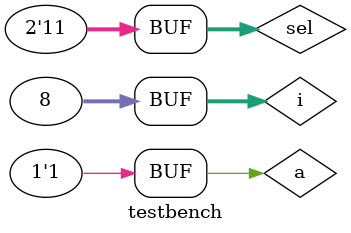
<source format=v>
module testbench;

reg [1:0] sel;
reg a;
wire o1, o2, o3, o4;
integer i;


	demux dmx(.sel(sel), .a(a), .o1(o1), .o2(o2), .o3(o3), .o4(o4));

	initial begin     

	a <= 0;
	sel <= 2'b00;
	

	for(i =0;i < 8; i = i+1) begin    

	{a, sel} = i;


	#10;
	end



	end





endmodule

</source>
